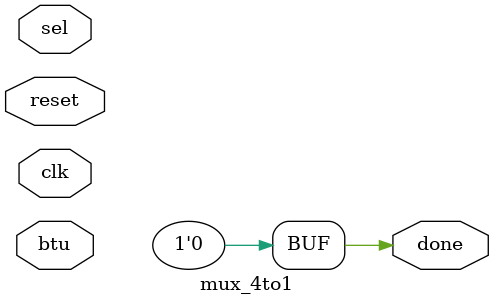
<source format=v>
`timescale 1ns / 1ps


module mux_4to1(
    input clk, reset,
    input sel,
    input btu,
    output btu,
    output done
    );
    reg D1, D2;
    reg Q1, Q2;
    
    assign done = (D2 == 4'd11)? 1'b1: 1'b0;
       
    // Sequential logic
    always@(posedge clk, posedge reset)
        if(reset)
            begin
                Q1 <= 1'b0; // Q <= 0
                Q2 <= 1'b0;
            end
        else
            begin
                Q1 <= D1;     // Q <= D
                Q2 <= D2;
            end
   
    always@(*)
        case ( {btu,sel} )
            2'b00  : begin D1 = 1'b0;
                           D2 = 1'b0;
                     end
            2'b01  : begin D1 = 1'b0;
                           D2 = 1'b0;
                     end
            2'b10  : begin D1 = Q1 + 1'b1;
                           D2 = Q2;
                     end
            2'b11  : begin D1 = 1'b0;
                           D2 = Q2 + 1'b1;
                     end
            default: begin D1 = 1'b0;
                           D2 = 1'b0;
                     end
        endcase
   
endmodule


</source>
